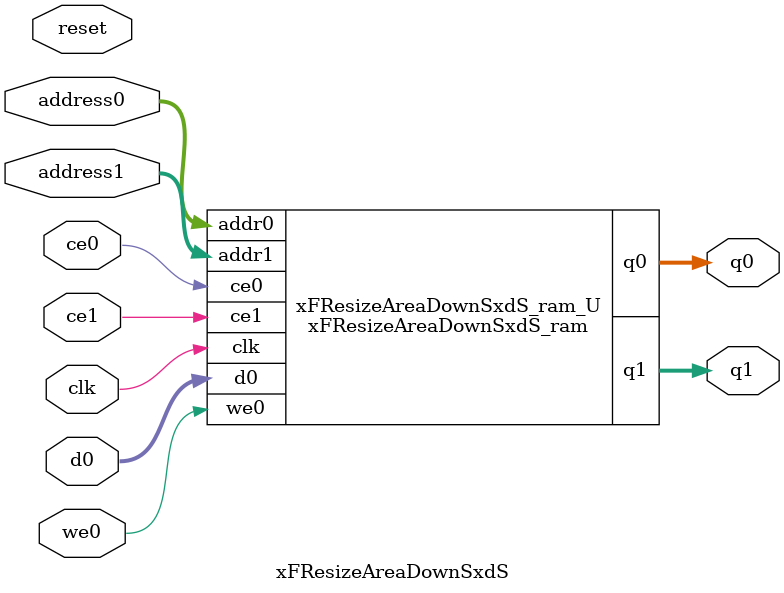
<source format=v>

`timescale 1 ns / 1 ps
module xFResizeAreaDownSxdS_ram (addr0, ce0, d0, we0, q0, addr1, ce1, q1,  clk);

parameter DWIDTH = 16;
parameter AWIDTH = 8;
parameter MEM_SIZE = 160;

input[AWIDTH-1:0] addr0;
input ce0;
input[DWIDTH-1:0] d0;
input we0;
output reg[DWIDTH-1:0] q0;
input[AWIDTH-1:0] addr1;
input ce1;
output reg[DWIDTH-1:0] q1;
input clk;

(* ram_style = "block" *)reg [DWIDTH-1:0] ram[0:MEM_SIZE-1];




always @(posedge clk)  
begin 
    if (ce0) 
    begin
        if (we0) 
        begin 
            ram[addr0] <= d0; 
            q0 <= d0;
        end 
        else 
            q0 <= ram[addr0];
    end
end


always @(posedge clk)  
begin 
    if (ce1) 
    begin
            q1 <= ram[addr1];
    end
end


endmodule


`timescale 1 ns / 1 ps
module xFResizeAreaDownSxdS(
    reset,
    clk,
    address0,
    ce0,
    we0,
    d0,
    q0,
    address1,
    ce1,
    q1);

parameter DataWidth = 32'd16;
parameter AddressRange = 32'd160;
parameter AddressWidth = 32'd8;
input reset;
input clk;
input[AddressWidth - 1:0] address0;
input ce0;
input we0;
input[DataWidth - 1:0] d0;
output[DataWidth - 1:0] q0;
input[AddressWidth - 1:0] address1;
input ce1;
output[DataWidth - 1:0] q1;



xFResizeAreaDownSxdS_ram xFResizeAreaDownSxdS_ram_U(
    .clk( clk ),
    .addr0( address0 ),
    .ce0( ce0 ),
    .we0( we0 ),
    .d0( d0 ),
    .q0( q0 ),
    .addr1( address1 ),
    .ce1( ce1 ),
    .q1( q1 ));

endmodule


</source>
